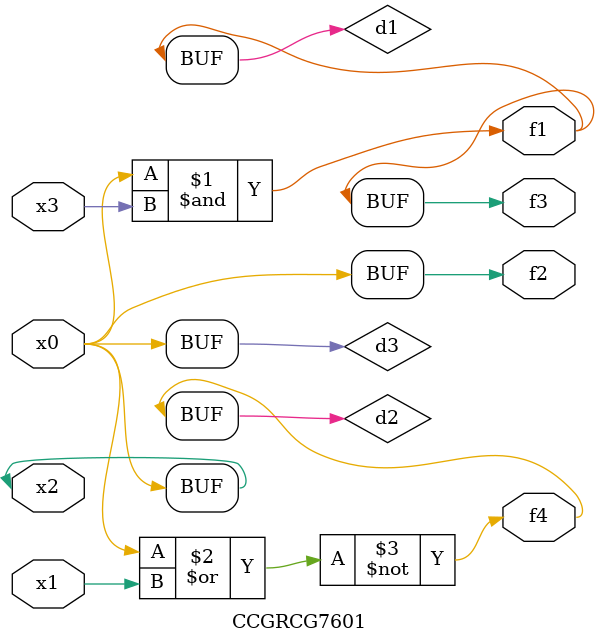
<source format=v>
module CCGRCG7601(
	input x0, x1, x2, x3,
	output f1, f2, f3, f4
);

	wire d1, d2, d3;

	and (d1, x2, x3);
	nor (d2, x0, x1);
	buf (d3, x0, x2);
	assign f1 = d1;
	assign f2 = d3;
	assign f3 = d1;
	assign f4 = d2;
endmodule

</source>
